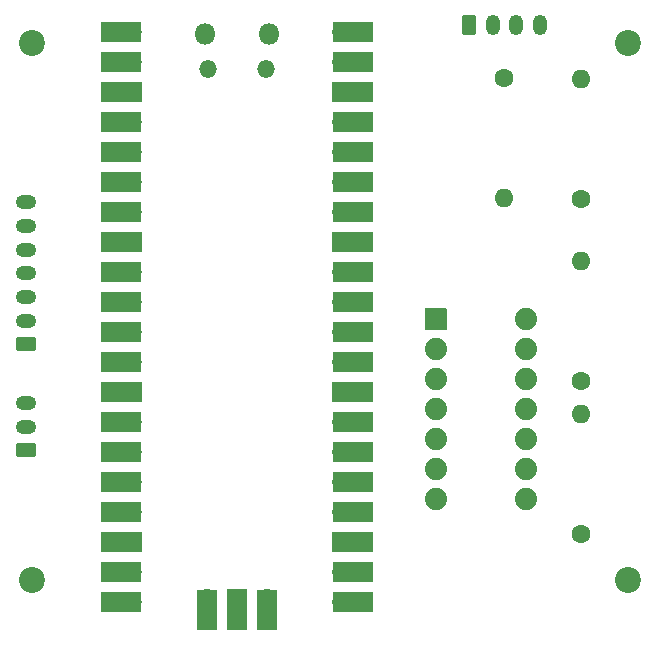
<source format=gbr>
%TF.GenerationSoftware,KiCad,Pcbnew,8.0.5*%
%TF.CreationDate,2024-10-21T18:00:16-04:00*%
%TF.ProjectId,Sensing_PCB,53656e73-696e-4675-9f50-43422e6b6963,rev?*%
%TF.SameCoordinates,Original*%
%TF.FileFunction,Soldermask,Top*%
%TF.FilePolarity,Negative*%
%FSLAX46Y46*%
G04 Gerber Fmt 4.6, Leading zero omitted, Abs format (unit mm)*
G04 Created by KiCad (PCBNEW 8.0.5) date 2024-10-21 18:00:16*
%MOMM*%
%LPD*%
G01*
G04 APERTURE LIST*
G04 Aperture macros list*
%AMRoundRect*
0 Rectangle with rounded corners*
0 $1 Rounding radius*
0 $2 $3 $4 $5 $6 $7 $8 $9 X,Y pos of 4 corners*
0 Add a 4 corners polygon primitive as box body*
4,1,4,$2,$3,$4,$5,$6,$7,$8,$9,$2,$3,0*
0 Add four circle primitives for the rounded corners*
1,1,$1+$1,$2,$3*
1,1,$1+$1,$4,$5*
1,1,$1+$1,$6,$7*
1,1,$1+$1,$8,$9*
0 Add four rect primitives between the rounded corners*
20,1,$1+$1,$2,$3,$4,$5,0*
20,1,$1+$1,$4,$5,$6,$7,0*
20,1,$1+$1,$6,$7,$8,$9,0*
20,1,$1+$1,$8,$9,$2,$3,0*%
G04 Aperture macros list end*
%ADD10C,1.600000*%
%ADD11O,1.600000X1.600000*%
%ADD12C,2.200000*%
%ADD13RoundRect,0.102000X-0.838200X-0.838200X0.838200X-0.838200X0.838200X0.838200X-0.838200X0.838200X0*%
%ADD14C,1.880400*%
%ADD15RoundRect,0.250000X0.625000X-0.350000X0.625000X0.350000X-0.625000X0.350000X-0.625000X-0.350000X0*%
%ADD16O,1.750000X1.200000*%
%ADD17O,1.800000X1.800000*%
%ADD18O,1.500000X1.500000*%
%ADD19O,1.700000X1.700000*%
%ADD20R,3.500000X1.700000*%
%ADD21R,1.700000X1.700000*%
%ADD22R,1.700000X3.500000*%
%ADD23RoundRect,0.250000X-0.350000X-0.625000X0.350000X-0.625000X0.350000X0.625000X-0.350000X0.625000X0*%
%ADD24O,1.200000X1.750000*%
G04 APERTURE END LIST*
D10*
%TO.C,R2*%
X183000000Y-153580000D03*
D11*
X183000000Y-143420000D03*
%TD*%
D12*
%TO.C,H4*%
X187000000Y-157500000D03*
%TD*%
D13*
%TO.C,U3*%
X170690000Y-135380000D03*
D14*
X170690000Y-137920000D03*
X170690000Y-140460000D03*
X170690000Y-143000000D03*
X170690000Y-145540000D03*
X170690000Y-148080000D03*
X170690000Y-150620000D03*
X178310000Y-150620000D03*
X178310000Y-148080000D03*
X178310000Y-145540000D03*
X178310000Y-143000000D03*
X178310000Y-140460000D03*
X178310000Y-137920000D03*
X178310000Y-135380000D03*
%TD*%
D12*
%TO.C,H1*%
X136500000Y-112000000D03*
%TD*%
D15*
%TO.C,J1*%
X136000000Y-137500000D03*
D16*
X136000000Y-135500000D03*
X136000000Y-133500000D03*
X136000000Y-131500000D03*
X136000000Y-129500000D03*
X136000000Y-127500000D03*
X136000000Y-125500000D03*
%TD*%
D12*
%TO.C,H3*%
X187000000Y-112000000D03*
%TD*%
D10*
%TO.C,R4*%
X183000000Y-140580000D03*
D11*
X183000000Y-130420000D03*
%TD*%
D15*
%TO.C,J3*%
X136000000Y-146500000D03*
D16*
X136000000Y-144500000D03*
X136000000Y-142500000D03*
%TD*%
D10*
%TO.C,R3*%
X182972900Y-125193600D03*
D11*
X182972900Y-115033600D03*
%TD*%
D17*
%TO.C,U4*%
X151150000Y-111200000D03*
D18*
X151450000Y-114230000D03*
X156300000Y-114230000D03*
D17*
X156600000Y-111200000D03*
D19*
X144985000Y-111070000D03*
D20*
X144085000Y-111070000D03*
D19*
X144985000Y-113610000D03*
D20*
X144085000Y-113610000D03*
D21*
X144985000Y-116150000D03*
D20*
X144085000Y-116150000D03*
D19*
X144985000Y-118690000D03*
D20*
X144085000Y-118690000D03*
D19*
X144985000Y-121230000D03*
D20*
X144085000Y-121230000D03*
D19*
X144985000Y-123770000D03*
D20*
X144085000Y-123770000D03*
D19*
X144985000Y-126310000D03*
D20*
X144085000Y-126310000D03*
D21*
X144985000Y-128850000D03*
D20*
X144085000Y-128850000D03*
D19*
X144985000Y-131390000D03*
D20*
X144085000Y-131390000D03*
D19*
X144985000Y-133930000D03*
D20*
X144085000Y-133930000D03*
D19*
X144985000Y-136470000D03*
D20*
X144085000Y-136470000D03*
D19*
X144985000Y-139010000D03*
D20*
X144085000Y-139010000D03*
D21*
X144985000Y-141550000D03*
D20*
X144085000Y-141550000D03*
D19*
X144985000Y-144090000D03*
D20*
X144085000Y-144090000D03*
D19*
X144985000Y-146630000D03*
D20*
X144085000Y-146630000D03*
D19*
X144985000Y-149170000D03*
D20*
X144085000Y-149170000D03*
D19*
X144985000Y-151710000D03*
D20*
X144085000Y-151710000D03*
D21*
X144985000Y-154250000D03*
D20*
X144085000Y-154250000D03*
D19*
X144985000Y-156790000D03*
D20*
X144085000Y-156790000D03*
D19*
X144985000Y-159330000D03*
D20*
X144085000Y-159330000D03*
D19*
X162765000Y-159330000D03*
D20*
X163665000Y-159330000D03*
D19*
X162765000Y-156790000D03*
D20*
X163665000Y-156790000D03*
D21*
X162765000Y-154250000D03*
D20*
X163665000Y-154250000D03*
D19*
X162765000Y-151710000D03*
D20*
X163665000Y-151710000D03*
D19*
X162765000Y-149170000D03*
D20*
X163665000Y-149170000D03*
D19*
X162765000Y-146630000D03*
D20*
X163665000Y-146630000D03*
D19*
X162765000Y-144090000D03*
D20*
X163665000Y-144090000D03*
D21*
X162765000Y-141550000D03*
D20*
X163665000Y-141550000D03*
D19*
X162765000Y-139010000D03*
D20*
X163665000Y-139010000D03*
D19*
X162765000Y-136470000D03*
D20*
X163665000Y-136470000D03*
D19*
X162765000Y-133930000D03*
D20*
X163665000Y-133930000D03*
D19*
X162765000Y-131390000D03*
D20*
X163665000Y-131390000D03*
D21*
X162765000Y-128850000D03*
D20*
X163665000Y-128850000D03*
D19*
X162765000Y-126310000D03*
D20*
X163665000Y-126310000D03*
D19*
X162765000Y-123770000D03*
D20*
X163665000Y-123770000D03*
D19*
X162765000Y-121230000D03*
D20*
X163665000Y-121230000D03*
D19*
X162765000Y-118690000D03*
D20*
X163665000Y-118690000D03*
D21*
X162765000Y-116150000D03*
D20*
X163665000Y-116150000D03*
D19*
X162765000Y-113610000D03*
D20*
X163665000Y-113610000D03*
D19*
X162765000Y-111070000D03*
D20*
X163665000Y-111070000D03*
D19*
X151335000Y-159100000D03*
D22*
X151335000Y-160000000D03*
D21*
X153875000Y-159100000D03*
D22*
X153875000Y-160000000D03*
D19*
X156415000Y-159100000D03*
D22*
X156415000Y-160000000D03*
%TD*%
D10*
%TO.C,R1*%
X176500000Y-115000000D03*
D11*
X176500000Y-125160000D03*
%TD*%
D12*
%TO.C,H2*%
X136500000Y-157500000D03*
%TD*%
D23*
%TO.C,J2*%
X173500000Y-110500000D03*
D24*
X175500000Y-110500000D03*
X177500000Y-110500000D03*
X179500000Y-110500000D03*
%TD*%
M02*

</source>
